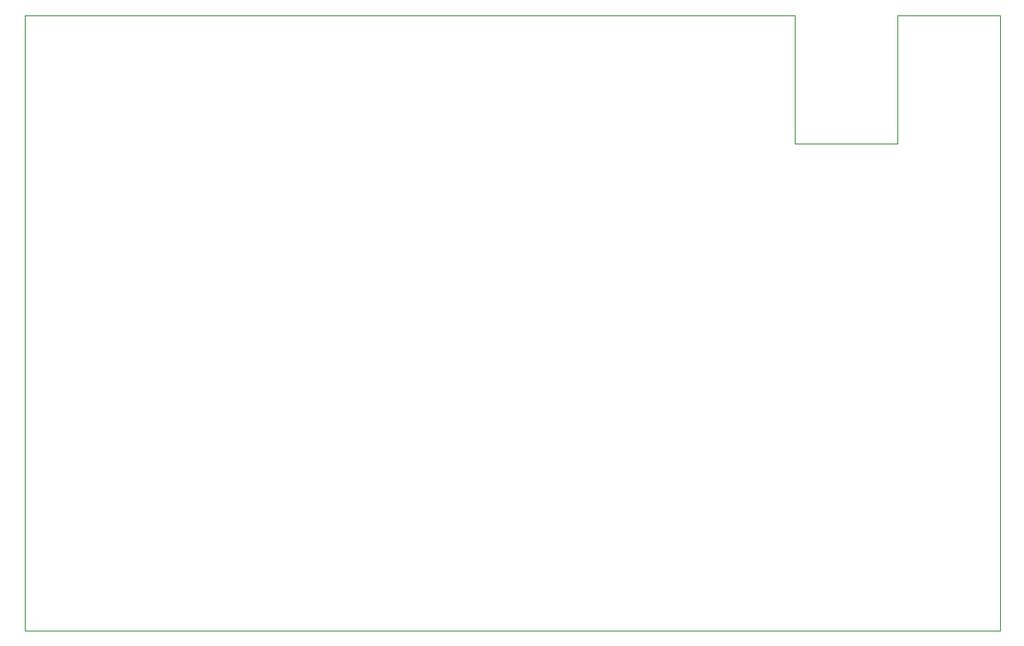
<source format=gbr>
G04 #@! TF.GenerationSoftware,KiCad,Pcbnew,(5.1.4)-1*
G04 #@! TF.CreationDate,2020-12-21T11:31:58-05:00*
G04 #@! TF.ProjectId,faceplate,66616365-706c-4617-9465-2e6b69636164,rev?*
G04 #@! TF.SameCoordinates,Original*
G04 #@! TF.FileFunction,Profile,NP*
%FSLAX46Y46*%
G04 Gerber Fmt 4.6, Leading zero omitted, Abs format (unit mm)*
G04 Created by KiCad (PCBNEW (5.1.4)-1) date 2020-12-21 11:31:58*
%MOMM*%
%LPD*%
G04 APERTURE LIST*
%ADD10C,0.050000*%
G04 APERTURE END LIST*
D10*
X177800000Y-53340000D02*
X187960000Y-53340000D01*
X177800000Y-40640000D02*
X177800000Y-53340000D01*
X187960000Y-40640000D02*
X187960000Y-53340000D01*
X198120000Y-40640000D02*
X187960000Y-40640000D01*
X101600000Y-40640000D02*
X101600000Y-101600000D01*
X177800000Y-40640000D02*
X101600000Y-40640000D01*
X198120000Y-101600000D02*
X198120000Y-40640000D01*
X101600000Y-101600000D02*
X198120000Y-101600000D01*
M02*

</source>
